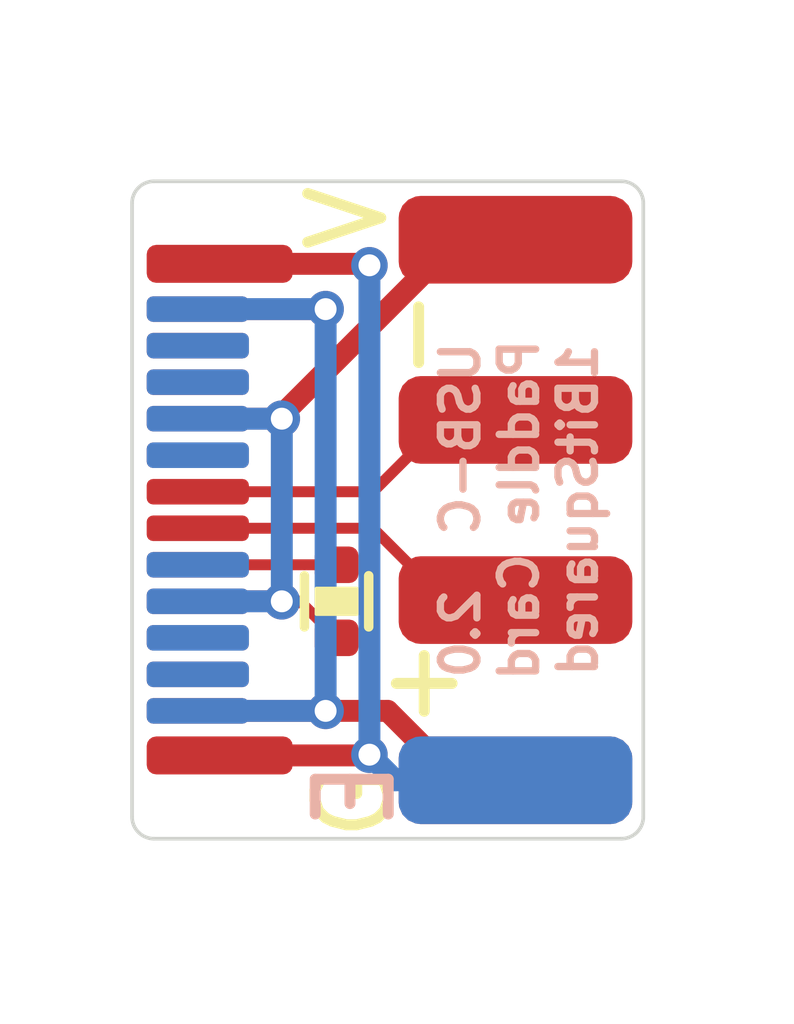
<source format=kicad_pcb>
(kicad_pcb (version 20201115) (generator pcbnew)
  (layers (0 "F.Cu" signal) (31 "B.Cu" signal) (34 "B.Paste" user) (35 "F.Paste" user) (36 "B.SilkS" user "B.Silkscreen") (37 "F.SilkS" user "F.Silkscreen") (38 "B.Mask" user) (39 "F.Mask" user) (44 "Edge.Cuts" user))
  (net 0 "")
  (net 1 "Earth")
  (net 2 "GND")
  (net 3 "Net-(J1-PadB11)")
  (net 4 "Net-(J1-PadB10)")
  (net 5 "VBUS")
  (net 6 "Net-(J1-PadB8)")
  (net 7 "Net-(J1-PadB5)")
  (net 8 "Net-(J1-PadB3)")
  (net 9 "Net-(J1-PadB2)")
  (net 10 "Net-(J1-PadA11)")
  (net 11 "Net-(J1-PadA10)")
  (net 12 "Net-(J1-PadA8)")
  (net 13 "Net-(J1-PadA5)")
  (net 14 "Net-(J1-PadA3)")
  (net 15 "Net-(J1-PadA2)")
  (net 16 "/D-")
  (net 17 "/D+")
  (footprint "pkl_pads:PAD_SMD_1.2x2.5" (layer "F.Cu") (at 34.6 33.7)
    (fp_text reference "P4")
    (fp_text value "PAD_SMD")
    (pad "1" smd roundrect (at -0.35 0) (size 3.2 1.2) (layers "F.Cu" "F.Mask") (net 2 "GND"))
  )
  (footprint "pkl_pads:PAD_SMD_1.2x2.5" (layer "F.Cu") (at 34.6 31.233332)
    (fp_text reference "P3")
    (fp_text value "PAD_SMD")
    (pad "1" smd roundrect (at -0.35 0) (size 3.2 1.2) (layers "F.Cu" "F.Mask") (net 17 "/D+"))
  )
  (footprint "pkl_pads:PAD_SMD_1.2x2.5" (layer "F.Cu") (at 34.6 26.3)
    (fp_text reference "P1")
    (fp_text value "PAD_SMD")
    (pad "1" smd roundrect (at -0.35 0) (size 3.2 1.2) (layers "F.Cu" "F.Mask") (net 5 "VBUS"))
  )
  (footprint "pkl_connectors:USB_C_Plug_CNC_C-AW10-AK5V50" (layer "F.Cu") (at 30 30 90)
    (fp_text reference "J1")
    (fp_text value "USB_C_Receptacle")
    (pad "A1" smd roundrect (at -2.75 -0.1 90) (size 0.35 1.4) (layers "F.Cu" "F.Paste" "F.Mask") (net 2 "GND"))
    (pad "A2" smd roundrect (at -2.25 -0.1 90) (size 0.35 1.4) (layers "F.Cu" "F.Paste" "F.Mask") (net 15 "Net-(J1-PadA2)"))
    (pad "A3" smd roundrect (at -1.75 -0.1 90) (size 0.35 1.4) (layers "F.Cu" "F.Paste" "F.Mask") (net 14 "Net-(J1-PadA3)"))
    (pad "A4" smd roundrect (at -1.25 -0.1 90) (size 0.35 1.4) (layers "F.Cu" "F.Paste" "F.Mask") (net 5 "VBUS"))
    (pad "A5" smd roundrect (at -0.75 -0.1 90) (size 0.35 1.4) (layers "F.Cu" "F.Paste" "F.Mask") (net 13 "Net-(J1-PadA5)"))
    (pad "A6" smd roundrect (at -0.25 -0.1 90) (size 0.35 1.4) (layers "F.Cu" "F.Paste" "F.Mask") (net 17 "/D+"))
    (pad "A7" smd roundrect (at 0.25 -0.1 90) (size 0.35 1.4) (layers "F.Cu" "F.Paste" "F.Mask") (net 16 "/D-"))
    (pad "A8" smd roundrect (at 0.75 -0.1 90) (size 0.35 1.4) (layers "F.Cu" "F.Paste" "F.Mask") (net 12 "Net-(J1-PadA8)"))
    (pad "A9" smd roundrect (at 1.25 -0.1 90) (size 0.35 1.4) (layers "F.Cu" "F.Paste" "F.Mask") (net 5 "VBUS"))
    (pad "A10" smd roundrect (at 1.75 -0.1 90) (size 0.35 1.4) (layers "F.Cu" "F.Paste" "F.Mask") (net 11 "Net-(J1-PadA10)"))
    (pad "A11" smd roundrect (at 2.25 -0.1 90) (size 0.35 1.4) (layers "F.Cu" "F.Paste" "F.Mask") (net 10 "Net-(J1-PadA11)"))
    (pad "A12" smd roundrect (at 2.75 -0.1 90) (size 0.35 1.4) (layers "F.Cu" "F.Paste" "F.Mask") (net 2 "GND"))
    (pad "B1" smd roundrect (at 2.75 -0.1 90) (size 0.35 1.4) (layers "B.Cu" "B.Paste" "B.Mask") (net 2 "GND"))
    (pad "B2" smd roundrect (at 2.25 -0.1 90) (size 0.35 1.4) (layers "B.Cu" "B.Paste" "B.Mask") (net 9 "Net-(J1-PadB2)"))
    (pad "B3" smd roundrect (at 1.75 -0.1 90) (size 0.35 1.4) (layers "B.Cu" "B.Paste" "B.Mask") (net 8 "Net-(J1-PadB3)"))
    (pad "B4" smd roundrect (at 1.25 -0.1 90) (size 0.35 1.4) (layers "B.Cu" "B.Paste" "B.Mask") (net 5 "VBUS"))
    (pad "B5" smd roundrect (at 0.75 -0.1 90) (size 0.35 1.4) (layers "B.Cu" "B.Paste" "B.Mask") (net 7 "Net-(J1-PadB5)"))
    (pad "B8" smd roundrect (at -0.75 -0.1 90) (size 0.35 1.4) (layers "B.Cu" "B.Paste" "B.Mask") (net 6 "Net-(J1-PadB8)"))
    (pad "B9" smd roundrect (at -1.25 -0.1 90) (size 0.35 1.4) (layers "B.Cu" "B.Paste" "B.Mask") (net 5 "VBUS"))
    (pad "B10" smd roundrect (at -1.75 -0.1 90) (size 0.35 1.4) (layers "B.Cu" "B.Paste" "B.Mask") (net 4 "Net-(J1-PadB10)"))
    (pad "B11" smd roundrect (at -2.25 -0.1 90) (size 0.35 1.4) (layers "B.Cu" "B.Paste" "B.Mask") (net 3 "Net-(J1-PadB11)"))
    (pad "B12" smd roundrect (at -2.75 -0.1 90) (size 0.35 1.4) (layers "B.Cu" "B.Paste" "B.Mask") (net 2 "GND"))
    (pad "S1" smd roundrect (at 3.37 0.2 90) (size 0.52 2) (layers "F.Cu" "F.Paste" "F.Mask") (net 1 "Earth"))
    (pad "S1" smd roundrect (at -3.36 0.2 90) (size 0.52 2) (layers "F.Cu" "F.Paste" "F.Mask") (net 1 "Earth"))
  )
  (footprint "pkl_dipol:R_0402" (layer "F.Cu") (at 31.8 31.25 -90)
    (fp_text reference "R1")
    (fp_text value "56k")
    (fp_line (start -0.35 -0.44) (end 0.35 -0.44) (layer "F.SilkS") (width 0.13))
    (fp_line (start 0.35 0.44) (end -0.35 0.44) (layer "F.SilkS") (width 0.13))
    (fp_poly (pts (xy -0.175 0.275) (xy -0.175 -0.275) (xy 0.175 -0.275) (xy 0.175 0.275) (xy -0.1 0.275)) (layer "F.SilkS") (width 0.05) (fill solid))
    (pad "1" smd roundrect (at -0.5 0 270) (size 0.5 0.6) (layers "F.Cu" "F.Paste" "F.Mask") (net 13 "Net-(J1-PadA5)"))
    (pad "2" smd roundrect (at 0.5 0 270) (size 0.5 0.6) (layers "F.Cu" "F.Paste" "F.Mask") (net 5 "VBUS"))
  )
  (footprint "pkl_pads:PAD_SMD_1.2x2.5" (layer "F.Cu") (at 34.6 28.766666)
    (fp_text reference "P2")
    (fp_text value "PAD_SMD")
    (pad "1" smd roundrect (at -0.35 0) (size 3.2 1.2) (layers "F.Cu" "F.Mask") (net 16 "/D-"))
  )
  (footprint "pkl_pads:PAD_SMD_1.2x2.5" (layer "B.Cu") (at 34.6 33.7 180)
    (fp_text reference "P5")
    (fp_text value "PAD_SMD")
    (pad "1" smd roundrect (at 0.35 0 180) (size 3.2 1.2) (layers "B.Cu" "B.Mask") (net 1 "Earth"))
  )
  (gr_line (start 36 34.2) (end 36 25.8) (layer "Edge.Cuts") (width 0.05))
  (gr_arc (start 29.3 34.2) (end 29 34.2) (angle -90) (layer "Edge.Cuts") (width 0.05))
  (gr_arc (start 35.7 34.2) (end 35.7 34.5) (angle -90) (layer "Edge.Cuts") (width 0.05))
  (gr_line (start 29 34.2) (end 29 25.8) (layer "Edge.Cuts") (width 0.05))
  (gr_arc (start 29.3 25.8) (end 29 25.8) (angle 90) (layer "Edge.Cuts") (width 0.05))
  (gr_line (start 29.3 34.5) (end 35.7 34.5) (layer "Edge.Cuts") (width 0.05))
  (gr_line (start 29.3 25.5) (end 35.7 25.5) (layer "Edge.Cuts") (width 0.05))
  (gr_arc (start 35.7 25.8) (end 36 25.8) (angle -90) (layer "Edge.Cuts") (width 0.05))
  (gr_text "USB-C  2.0\nPaddle Card\n1BitSquared" (at 34.3 30 90) (layer "B.SilkS") (effects (font (size 0.5 0.5) (thickness 0.1)) (justify mirror)))
  (gr_text "E" (at 32.0525 33.9 90) (layer "B.SilkS") (effects (font (size 1 1)) (justify mirror)))
  (gr_text "V" (at 31.95 26 90) (layer "F.SilkS") (effects (font (size 1 1))))
  (gr_text "G" (at 32.05 34 90) (layer "F.SilkS") (effects (font (size 1 1))))
  (gr_text "+\n" (at 33 32.3) (layer "F.SilkS") (effects (font (size 1 1))))
  (gr_text "-" (at 32.85 27.6 90) (layer "F.SilkS") (effects (font (size 1 1))))
  (segment (start 32.25 26.65) (end 32.23 26.63) (width 0.3) (layer "F.Cu") (net 1))
  (segment (start 32.25 33.35) (end 32.24 33.36) (width 0.3) (layer "F.Cu") (net 1))
  (segment (start 32.24 33.36) (end 30.2 33.36) (width 0.3) (layer "F.Cu") (net 1))
  (segment (start 32.23 26.63) (end 30.2 26.63) (width 0.3) (layer "F.Cu") (net 1))
  (via (at 32.25 33.35) (size 0.5) (drill 0.3) (layers "F.Cu" "B.Cu") (net 1))
  (via (at 32.25 26.65) (size 0.5) (drill 0.3) (layers "F.Cu" "B.Cu") (net 1))
  (segment (start 32.25 33.35) (end 32.25 26.65) (width 0.3) (layer "B.Cu") (net 1))
  (segment (start 32.25 33.35) (end 32.6 33.7) (width 0.3) (layer "B.Cu") (net 1))
  (segment (start 32.6 33.7) (end 34.6 33.7) (width 0.3) (layer "B.Cu") (net 1))
  (segment (start 33.45 33.7) (end 34.6 33.7) (width 0.3) (layer "F.Cu") (net 2))
  (segment (start 29.9 27.25) (end 31.65 27.25) (width 0.3) (layer "F.Cu") (net 2))
  (segment (start 29.9 32.75) (end 31.65 32.75) (width 0.3) (layer "F.Cu") (net 2))
  (segment (start 31.65 32.75) (end 32.5 32.75) (width 0.3) (layer "F.Cu") (net 2))
  (segment (start 32.5 32.75) (end 33.45 33.7) (width 0.3) (layer "F.Cu") (net 2))
  (via (at 31.65 27.25) (size 0.5) (drill 0.3) (layers "F.Cu" "B.Cu") (net 2))
  (via (at 31.65 32.75) (size 0.5) (drill 0.3) (layers "F.Cu" "B.Cu") (net 2))
  (segment (start 31.65 27.25) (end 31.65 32.75) (width 0.3) (layer "B.Cu") (net 2))
  (segment (start 29.9 27.25) (end 31.65 27.25) (width 0.3) (layer "B.Cu") (net 2))
  (segment (start 29.9 32.75) (end 31.65 32.75) (width 0.3) (layer "B.Cu") (net 2))
  (segment (start 31.05 28.75) (end 31.05 28.7) (width 0.3) (layer "F.Cu") (net 5))
  (segment (start 29.9 28.75) (end 31.05 28.75) (width 0.3) (layer "F.Cu") (net 5))
  (segment (start 29.9 31.25) (end 31.05 31.25) (width 0.3) (layer "F.Cu") (net 5))
  (segment (start 33.45 26.3) (end 34.6 26.3) (width 0.3) (layer "F.Cu") (net 5))
  (segment (start 31.3 31.25) (end 31.05 31.25) (width 0.15) (layer "F.Cu") (net 5))
  (segment (start 31.05 28.7) (end 33.45 26.3) (width 0.3) (layer "F.Cu") (net 5))
  (segment (start 31.8 31.75) (end 31.3 31.25) (width 0.15) (layer "F.Cu") (net 5))
  (via (at 31.05 28.75) (size 0.5) (drill 0.3) (layers "F.Cu" "B.Cu") (net 5))
  (via (at 31.05 31.25) (size 0.5) (drill 0.3) (layers "F.Cu" "B.Cu") (net 5))
  (segment (start 29.9 31.25) (end 31.05 31.25) (width 0.3) (layer "B.Cu") (net 5))
  (segment (start 31.05 31.25) (end 31.05 28.75) (width 0.3) (layer "B.Cu") (net 5))
  (segment (start 29.9 28.75) (end 31.05 28.75) (width 0.3) (layer "B.Cu") (net 5))
  (segment (start 29.9 31.25) (end 29.82499 31.25) (width 0.3) (layer "B.Cu") (net 5))
  (segment (start 31.75 30.75) (end 31.8 30.7) (width 0.15) (layer "F.Cu") (net 13))
  (segment (start 29.9 30.75) (end 31.8 30.75) (width 0.15) (layer "F.Cu") (net 13))
  (segment (start 29.9 29.75) (end 32.3 29.75) (width 0.15) (layer "F.Cu") (net 16))
  (segment (start 32.3 29.75) (end 33.283334 28.766666) (width 0.15) (layer "F.Cu") (net 16))
  (segment (start 33.283334 28.766666) (end 34.6 28.766666) (width 0.15) (layer "F.Cu") (net 16))
  (segment (start 32.3 30.25) (end 33.283332 31.233332) (width 0.15) (layer "F.Cu") (net 17))
  (segment (start 29.9 30.25) (end 32.3 30.25) (width 0.15) (layer "F.Cu") (net 17))
  (segment (start 33.283332 31.233332) (end 34.6 31.233332) (width 0.15) (layer "F.Cu") (net 17))
)
</source>
